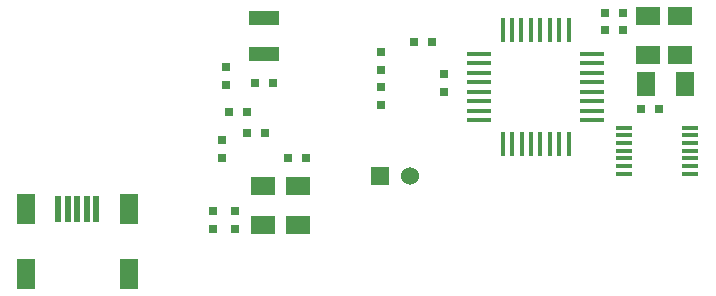
<source format=gtp>
G04 (created by PCBNEW-RS274X (2011-11-27 BZR 3249)-stable) date 17/09/2012 7:08:21 p.m.*
G01*
G70*
G90*
%MOIN*%
G04 Gerber Fmt 3.4, Leading zero omitted, Abs format*
%FSLAX34Y34*%
G04 APERTURE LIST*
%ADD10C,0.006000*%
%ADD11R,0.055000X0.017000*%
%ADD12R,0.078700X0.017700*%
%ADD13R,0.017700X0.078700*%
%ADD14R,0.059100X0.098400*%
%ADD15R,0.019700X0.090600*%
%ADD16R,0.060000X0.060000*%
%ADD17C,0.060000*%
%ADD18R,0.031500X0.025000*%
%ADD19R,0.080000X0.060000*%
%ADD20R,0.060000X0.080000*%
%ADD21R,0.100000X0.050000*%
%ADD22R,0.025000X0.031500*%
G04 APERTURE END LIST*
G54D10*
G54D11*
X21112Y-05063D03*
X21112Y-05313D03*
X21112Y-05573D03*
X21112Y-05823D03*
X21112Y-06083D03*
X21112Y-06338D03*
X21112Y-06593D03*
X23312Y-06593D03*
X23312Y-06338D03*
X23312Y-06083D03*
X23312Y-05823D03*
X23312Y-05568D03*
X23312Y-05313D03*
X23312Y-05058D03*
G54D12*
X16266Y-04806D03*
X16266Y-04491D03*
X16266Y-04176D03*
X16266Y-03861D03*
X16266Y-03546D03*
X16266Y-03231D03*
X16266Y-02916D03*
X16266Y-02601D03*
X20032Y-02603D03*
X20032Y-04813D03*
X20032Y-04493D03*
X20032Y-04173D03*
X20032Y-03863D03*
X20032Y-03543D03*
X20032Y-03233D03*
X20032Y-02913D03*
G54D13*
X17050Y-01813D03*
X17364Y-01813D03*
X17680Y-01813D03*
X17994Y-01813D03*
X18310Y-01813D03*
X18624Y-01813D03*
X18940Y-01813D03*
X19254Y-01813D03*
X17052Y-05593D03*
X17362Y-05593D03*
X17682Y-05593D03*
X17992Y-05593D03*
X18302Y-05593D03*
X18622Y-05593D03*
X18942Y-05593D03*
X19262Y-05593D03*
G54D14*
X04587Y-09941D03*
X01161Y-09941D03*
X04587Y-07776D03*
X01161Y-07776D03*
G54D15*
X02874Y-07776D03*
X02559Y-07776D03*
X02244Y-07776D03*
X03189Y-07776D03*
X03504Y-07776D03*
G54D16*
X12962Y-06683D03*
G54D17*
X13962Y-06683D03*
G54D18*
X07402Y-08433D03*
X07402Y-07833D03*
X08122Y-08433D03*
X08122Y-07833D03*
G54D19*
X09072Y-08293D03*
X09072Y-06993D03*
X10222Y-08293D03*
X10222Y-06993D03*
G54D20*
X21822Y-03613D03*
X23122Y-03613D03*
G54D19*
X22952Y-01343D03*
X22952Y-02643D03*
X21892Y-01343D03*
X21892Y-02643D03*
G54D21*
X09082Y-01413D03*
X09082Y-02613D03*
G54D22*
X21062Y-01233D03*
X20462Y-01233D03*
X21062Y-01803D03*
X20462Y-01803D03*
G54D18*
X07702Y-06063D03*
X07702Y-05463D03*
G54D22*
X08522Y-04543D03*
X07922Y-04543D03*
X10502Y-06073D03*
X09902Y-06073D03*
X09122Y-05243D03*
X08522Y-05243D03*
G54D18*
X13002Y-04313D03*
X13002Y-03713D03*
G54D22*
X08782Y-03563D03*
X09382Y-03563D03*
G54D18*
X07842Y-03023D03*
X07842Y-03623D03*
X12992Y-02523D03*
X12992Y-03123D03*
G54D22*
X14102Y-02213D03*
X14702Y-02213D03*
X22268Y-04449D03*
X21668Y-04449D03*
G54D18*
X15082Y-03263D03*
X15082Y-03863D03*
M02*

</source>
